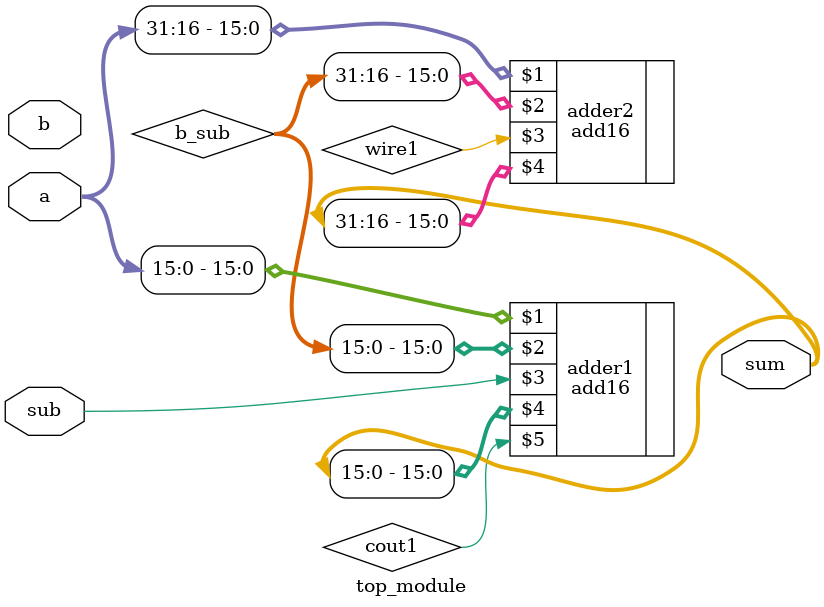
<source format=v>
module top_module(
    input [31:0] a,
    input [31:0] b,
    input sub,
    output [31:0] sum
);
  
  wire [31:0] b_sub;
  wire cout1;
  wire cout2;

  assign bsub = {32{sub}} ^ b;

  
  add16 adder1(a[15:0], b_sub[15:0], sub, sum[15:0], cout1);
  add16 adder2(a[31:16], b_sub[31:16], wire1, sum[31:16]);
    

endmodule

</source>
